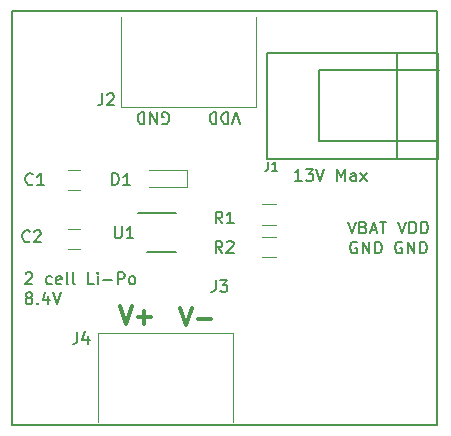
<source format=gbr>
G04 #@! TF.FileFunction,Legend,Top*
%FSLAX46Y46*%
G04 Gerber Fmt 4.6, Leading zero omitted, Abs format (unit mm)*
G04 Created by KiCad (PCBNEW 4.0.7) date 05/14/18 21:45:12*
%MOMM*%
%LPD*%
G01*
G04 APERTURE LIST*
%ADD10C,0.100000*%
%ADD11C,0.200000*%
%ADD12C,0.300000*%
%ADD13C,0.150000*%
%ADD14C,0.120000*%
%ADD15C,0.203200*%
%ADD16C,0.152400*%
G04 APERTURE END LIST*
D10*
D11*
X153447619Y-99802381D02*
X153780952Y-100802381D01*
X154114286Y-99802381D01*
X154780953Y-100278571D02*
X154923810Y-100326190D01*
X154971429Y-100373810D01*
X155019048Y-100469048D01*
X155019048Y-100611905D01*
X154971429Y-100707143D01*
X154923810Y-100754762D01*
X154828572Y-100802381D01*
X154447619Y-100802381D01*
X154447619Y-99802381D01*
X154780953Y-99802381D01*
X154876191Y-99850000D01*
X154923810Y-99897619D01*
X154971429Y-99992857D01*
X154971429Y-100088095D01*
X154923810Y-100183333D01*
X154876191Y-100230952D01*
X154780953Y-100278571D01*
X154447619Y-100278571D01*
X155400000Y-100516667D02*
X155876191Y-100516667D01*
X155304762Y-100802381D02*
X155638095Y-99802381D01*
X155971429Y-100802381D01*
X156161905Y-99802381D02*
X156733334Y-99802381D01*
X156447619Y-100802381D02*
X156447619Y-99802381D01*
X157685715Y-99802381D02*
X158019048Y-100802381D01*
X158352382Y-99802381D01*
X158685715Y-100802381D02*
X158685715Y-99802381D01*
X158923810Y-99802381D01*
X159066668Y-99850000D01*
X159161906Y-99945238D01*
X159209525Y-100040476D01*
X159257144Y-100230952D01*
X159257144Y-100373810D01*
X159209525Y-100564286D01*
X159161906Y-100659524D01*
X159066668Y-100754762D01*
X158923810Y-100802381D01*
X158685715Y-100802381D01*
X159685715Y-100802381D02*
X159685715Y-99802381D01*
X159923810Y-99802381D01*
X160066668Y-99850000D01*
X160161906Y-99945238D01*
X160209525Y-100040476D01*
X160257144Y-100230952D01*
X160257144Y-100373810D01*
X160209525Y-100564286D01*
X160161906Y-100659524D01*
X160066668Y-100754762D01*
X159923810Y-100802381D01*
X159685715Y-100802381D01*
X154233334Y-101550000D02*
X154138096Y-101502381D01*
X153995239Y-101502381D01*
X153852381Y-101550000D01*
X153757143Y-101645238D01*
X153709524Y-101740476D01*
X153661905Y-101930952D01*
X153661905Y-102073810D01*
X153709524Y-102264286D01*
X153757143Y-102359524D01*
X153852381Y-102454762D01*
X153995239Y-102502381D01*
X154090477Y-102502381D01*
X154233334Y-102454762D01*
X154280953Y-102407143D01*
X154280953Y-102073810D01*
X154090477Y-102073810D01*
X154709524Y-102502381D02*
X154709524Y-101502381D01*
X155280953Y-102502381D01*
X155280953Y-101502381D01*
X155757143Y-102502381D02*
X155757143Y-101502381D01*
X155995238Y-101502381D01*
X156138096Y-101550000D01*
X156233334Y-101645238D01*
X156280953Y-101740476D01*
X156328572Y-101930952D01*
X156328572Y-102073810D01*
X156280953Y-102264286D01*
X156233334Y-102359524D01*
X156138096Y-102454762D01*
X155995238Y-102502381D01*
X155757143Y-102502381D01*
X158042858Y-101550000D02*
X157947620Y-101502381D01*
X157804763Y-101502381D01*
X157661905Y-101550000D01*
X157566667Y-101645238D01*
X157519048Y-101740476D01*
X157471429Y-101930952D01*
X157471429Y-102073810D01*
X157519048Y-102264286D01*
X157566667Y-102359524D01*
X157661905Y-102454762D01*
X157804763Y-102502381D01*
X157900001Y-102502381D01*
X158042858Y-102454762D01*
X158090477Y-102407143D01*
X158090477Y-102073810D01*
X157900001Y-102073810D01*
X158519048Y-102502381D02*
X158519048Y-101502381D01*
X159090477Y-102502381D01*
X159090477Y-101502381D01*
X159566667Y-102502381D02*
X159566667Y-101502381D01*
X159804762Y-101502381D01*
X159947620Y-101550000D01*
X160042858Y-101645238D01*
X160090477Y-101740476D01*
X160138096Y-101930952D01*
X160138096Y-102073810D01*
X160090477Y-102264286D01*
X160042858Y-102359524D01*
X159947620Y-102454762D01*
X159804762Y-102502381D01*
X159566667Y-102502381D01*
X149571429Y-96352381D02*
X149000000Y-96352381D01*
X149285714Y-96352381D02*
X149285714Y-95352381D01*
X149190476Y-95495238D01*
X149095238Y-95590476D01*
X149000000Y-95638095D01*
X149904762Y-95352381D02*
X150523810Y-95352381D01*
X150190476Y-95733333D01*
X150333334Y-95733333D01*
X150428572Y-95780952D01*
X150476191Y-95828571D01*
X150523810Y-95923810D01*
X150523810Y-96161905D01*
X150476191Y-96257143D01*
X150428572Y-96304762D01*
X150333334Y-96352381D01*
X150047619Y-96352381D01*
X149952381Y-96304762D01*
X149904762Y-96257143D01*
X150809524Y-95352381D02*
X151142857Y-96352381D01*
X151476191Y-95352381D01*
X152571429Y-96352381D02*
X152571429Y-95352381D01*
X152904763Y-96066667D01*
X153238096Y-95352381D01*
X153238096Y-96352381D01*
X154142858Y-96352381D02*
X154142858Y-95828571D01*
X154095239Y-95733333D01*
X154000001Y-95685714D01*
X153809524Y-95685714D01*
X153714286Y-95733333D01*
X154142858Y-96304762D02*
X154047620Y-96352381D01*
X153809524Y-96352381D01*
X153714286Y-96304762D01*
X153666667Y-96209524D01*
X153666667Y-96114286D01*
X153714286Y-96019048D01*
X153809524Y-95971429D01*
X154047620Y-95971429D01*
X154142858Y-95923810D01*
X154523810Y-96352381D02*
X155047620Y-95685714D01*
X154523810Y-95685714D02*
X155047620Y-96352381D01*
X126190476Y-104197619D02*
X126238095Y-104150000D01*
X126333333Y-104102381D01*
X126571429Y-104102381D01*
X126666667Y-104150000D01*
X126714286Y-104197619D01*
X126761905Y-104292857D01*
X126761905Y-104388095D01*
X126714286Y-104530952D01*
X126142857Y-105102381D01*
X126761905Y-105102381D01*
X128380953Y-105054762D02*
X128285715Y-105102381D01*
X128095238Y-105102381D01*
X128000000Y-105054762D01*
X127952381Y-105007143D01*
X127904762Y-104911905D01*
X127904762Y-104626190D01*
X127952381Y-104530952D01*
X128000000Y-104483333D01*
X128095238Y-104435714D01*
X128285715Y-104435714D01*
X128380953Y-104483333D01*
X129190477Y-105054762D02*
X129095239Y-105102381D01*
X128904762Y-105102381D01*
X128809524Y-105054762D01*
X128761905Y-104959524D01*
X128761905Y-104578571D01*
X128809524Y-104483333D01*
X128904762Y-104435714D01*
X129095239Y-104435714D01*
X129190477Y-104483333D01*
X129238096Y-104578571D01*
X129238096Y-104673810D01*
X128761905Y-104769048D01*
X129809524Y-105102381D02*
X129714286Y-105054762D01*
X129666667Y-104959524D01*
X129666667Y-104102381D01*
X130333334Y-105102381D02*
X130238096Y-105054762D01*
X130190477Y-104959524D01*
X130190477Y-104102381D01*
X131952383Y-105102381D02*
X131476192Y-105102381D01*
X131476192Y-104102381D01*
X132285716Y-105102381D02*
X132285716Y-104435714D01*
X132285716Y-104102381D02*
X132238097Y-104150000D01*
X132285716Y-104197619D01*
X132333335Y-104150000D01*
X132285716Y-104102381D01*
X132285716Y-104197619D01*
X132761906Y-104721429D02*
X133523811Y-104721429D01*
X134000001Y-105102381D02*
X134000001Y-104102381D01*
X134380954Y-104102381D01*
X134476192Y-104150000D01*
X134523811Y-104197619D01*
X134571430Y-104292857D01*
X134571430Y-104435714D01*
X134523811Y-104530952D01*
X134476192Y-104578571D01*
X134380954Y-104626190D01*
X134000001Y-104626190D01*
X135142858Y-105102381D02*
X135047620Y-105054762D01*
X135000001Y-105007143D01*
X134952382Y-104911905D01*
X134952382Y-104626190D01*
X135000001Y-104530952D01*
X135047620Y-104483333D01*
X135142858Y-104435714D01*
X135285716Y-104435714D01*
X135380954Y-104483333D01*
X135428573Y-104530952D01*
X135476192Y-104626190D01*
X135476192Y-104911905D01*
X135428573Y-105007143D01*
X135380954Y-105054762D01*
X135285716Y-105102381D01*
X135142858Y-105102381D01*
X126380952Y-106230952D02*
X126285714Y-106183333D01*
X126238095Y-106135714D01*
X126190476Y-106040476D01*
X126190476Y-105992857D01*
X126238095Y-105897619D01*
X126285714Y-105850000D01*
X126380952Y-105802381D01*
X126571429Y-105802381D01*
X126666667Y-105850000D01*
X126714286Y-105897619D01*
X126761905Y-105992857D01*
X126761905Y-106040476D01*
X126714286Y-106135714D01*
X126666667Y-106183333D01*
X126571429Y-106230952D01*
X126380952Y-106230952D01*
X126285714Y-106278571D01*
X126238095Y-106326190D01*
X126190476Y-106421429D01*
X126190476Y-106611905D01*
X126238095Y-106707143D01*
X126285714Y-106754762D01*
X126380952Y-106802381D01*
X126571429Y-106802381D01*
X126666667Y-106754762D01*
X126714286Y-106707143D01*
X126761905Y-106611905D01*
X126761905Y-106421429D01*
X126714286Y-106326190D01*
X126666667Y-106278571D01*
X126571429Y-106230952D01*
X127190476Y-106707143D02*
X127238095Y-106754762D01*
X127190476Y-106802381D01*
X127142857Y-106754762D01*
X127190476Y-106707143D01*
X127190476Y-106802381D01*
X128095238Y-106135714D02*
X128095238Y-106802381D01*
X127857142Y-105754762D02*
X127619047Y-106469048D01*
X128238095Y-106469048D01*
X128476190Y-105802381D02*
X128809523Y-106802381D01*
X129142857Y-105802381D01*
D12*
X139271429Y-107078571D02*
X139771429Y-108578571D01*
X140271429Y-107078571D01*
X140771429Y-108007143D02*
X141914286Y-108007143D01*
X134171429Y-106978571D02*
X134671429Y-108478571D01*
X135171429Y-106978571D01*
X135671429Y-107907143D02*
X136814286Y-107907143D01*
X136242857Y-108478571D02*
X136242857Y-107335714D01*
D11*
X137761904Y-91500000D02*
X137857142Y-91547619D01*
X137999999Y-91547619D01*
X138142857Y-91500000D01*
X138238095Y-91404762D01*
X138285714Y-91309524D01*
X138333333Y-91119048D01*
X138333333Y-90976190D01*
X138285714Y-90785714D01*
X138238095Y-90690476D01*
X138142857Y-90595238D01*
X137999999Y-90547619D01*
X137904761Y-90547619D01*
X137761904Y-90595238D01*
X137714285Y-90642857D01*
X137714285Y-90976190D01*
X137904761Y-90976190D01*
X137285714Y-90547619D02*
X137285714Y-91547619D01*
X136714285Y-90547619D01*
X136714285Y-91547619D01*
X136238095Y-90547619D02*
X136238095Y-91547619D01*
X136000000Y-91547619D01*
X135857142Y-91500000D01*
X135761904Y-91404762D01*
X135714285Y-91309524D01*
X135666666Y-91119048D01*
X135666666Y-90976190D01*
X135714285Y-90785714D01*
X135761904Y-90690476D01*
X135857142Y-90595238D01*
X136000000Y-90547619D01*
X136238095Y-90547619D01*
X144333333Y-91547619D02*
X144000000Y-90547619D01*
X143666666Y-91547619D01*
X143333333Y-90547619D02*
X143333333Y-91547619D01*
X143095238Y-91547619D01*
X142952380Y-91500000D01*
X142857142Y-91404762D01*
X142809523Y-91309524D01*
X142761904Y-91119048D01*
X142761904Y-90976190D01*
X142809523Y-90785714D01*
X142857142Y-90690476D01*
X142952380Y-90595238D01*
X143095238Y-90547619D01*
X143333333Y-90547619D01*
X142333333Y-90547619D02*
X142333333Y-91547619D01*
X142095238Y-91547619D01*
X141952380Y-91500000D01*
X141857142Y-91404762D01*
X141809523Y-91309524D01*
X141761904Y-91119048D01*
X141761904Y-90976190D01*
X141809523Y-90785714D01*
X141857142Y-90690476D01*
X141952380Y-90595238D01*
X142095238Y-90547619D01*
X142333333Y-90547619D01*
D13*
X161000000Y-117000000D02*
X161000000Y-82000000D01*
X125000000Y-117000000D02*
X125000000Y-82000000D01*
X125000000Y-82000000D02*
X161000000Y-82000000D01*
X125000000Y-117000000D02*
X161000000Y-117000000D01*
D14*
X129750000Y-97100000D02*
X130750000Y-97100000D01*
X130750000Y-95400000D02*
X129750000Y-95400000D01*
X129750000Y-102100000D02*
X130750000Y-102100000D01*
X130750000Y-100400000D02*
X129750000Y-100400000D01*
X136668000Y-95404000D02*
X139868000Y-95404000D01*
X139868000Y-96904000D02*
X136668000Y-96904000D01*
X139868000Y-96904000D02*
X139868000Y-95404000D01*
X147412000Y-100082000D02*
X146212000Y-100082000D01*
X146212000Y-98322000D02*
X147412000Y-98322000D01*
X147400000Y-102830000D02*
X146200000Y-102830000D01*
X146200000Y-101070000D02*
X147400000Y-101070000D01*
D13*
X136443000Y-102376000D02*
X138893000Y-102376000D01*
X135718000Y-99076000D02*
X138893000Y-99076000D01*
D15*
X161100000Y-93000000D02*
X151000000Y-93000000D01*
X151000000Y-93000000D02*
X151000000Y-87000000D01*
X151000000Y-87000000D02*
X161200000Y-87000000D01*
X157600000Y-85500000D02*
X157600000Y-94500000D01*
X146600000Y-85500000D02*
X146600000Y-94500000D01*
X146600000Y-94500000D02*
X161100000Y-94500000D01*
X161100000Y-94500000D02*
X161100000Y-85500000D01*
X161100000Y-85500000D02*
X146600000Y-85500000D01*
D14*
X145700000Y-82500000D02*
X145700000Y-90100000D01*
X145700000Y-90100000D02*
X134300000Y-90100000D01*
X134300000Y-90100000D02*
X134300000Y-82500000D01*
X132300000Y-116800000D02*
X132300000Y-109200000D01*
X132300000Y-109200000D02*
X143700000Y-109200000D01*
X143700000Y-109200000D02*
X143700000Y-116800000D01*
D13*
X126785334Y-96615143D02*
X126737715Y-96662762D01*
X126594858Y-96710381D01*
X126499620Y-96710381D01*
X126356762Y-96662762D01*
X126261524Y-96567524D01*
X126213905Y-96472286D01*
X126166286Y-96281810D01*
X126166286Y-96138952D01*
X126213905Y-95948476D01*
X126261524Y-95853238D01*
X126356762Y-95758000D01*
X126499620Y-95710381D01*
X126594858Y-95710381D01*
X126737715Y-95758000D01*
X126785334Y-95805619D01*
X127737715Y-96710381D02*
X127166286Y-96710381D01*
X127452000Y-96710381D02*
X127452000Y-95710381D01*
X127356762Y-95853238D01*
X127261524Y-95948476D01*
X127166286Y-95996095D01*
X126535334Y-101453143D02*
X126487715Y-101500762D01*
X126344858Y-101548381D01*
X126249620Y-101548381D01*
X126106762Y-101500762D01*
X126011524Y-101405524D01*
X125963905Y-101310286D01*
X125916286Y-101119810D01*
X125916286Y-100976952D01*
X125963905Y-100786476D01*
X126011524Y-100691238D01*
X126106762Y-100596000D01*
X126249620Y-100548381D01*
X126344858Y-100548381D01*
X126487715Y-100596000D01*
X126535334Y-100643619D01*
X126916286Y-100643619D02*
X126963905Y-100596000D01*
X127059143Y-100548381D01*
X127297239Y-100548381D01*
X127392477Y-100596000D01*
X127440096Y-100643619D01*
X127487715Y-100738857D01*
X127487715Y-100834095D01*
X127440096Y-100976952D01*
X126868667Y-101548381D01*
X127487715Y-101548381D01*
X133511905Y-96702381D02*
X133511905Y-95702381D01*
X133750000Y-95702381D01*
X133892858Y-95750000D01*
X133988096Y-95845238D01*
X134035715Y-95940476D01*
X134083334Y-96130952D01*
X134083334Y-96273810D01*
X134035715Y-96464286D01*
X133988096Y-96559524D01*
X133892858Y-96654762D01*
X133750000Y-96702381D01*
X133511905Y-96702381D01*
X135035715Y-96702381D02*
X134464286Y-96702381D01*
X134750000Y-96702381D02*
X134750000Y-95702381D01*
X134654762Y-95845238D01*
X134559524Y-95940476D01*
X134464286Y-95988095D01*
X142833334Y-99952381D02*
X142500000Y-99476190D01*
X142261905Y-99952381D02*
X142261905Y-98952381D01*
X142642858Y-98952381D01*
X142738096Y-99000000D01*
X142785715Y-99047619D01*
X142833334Y-99142857D01*
X142833334Y-99285714D01*
X142785715Y-99380952D01*
X142738096Y-99428571D01*
X142642858Y-99476190D01*
X142261905Y-99476190D01*
X143785715Y-99952381D02*
X143214286Y-99952381D01*
X143500000Y-99952381D02*
X143500000Y-98952381D01*
X143404762Y-99095238D01*
X143309524Y-99190476D01*
X143214286Y-99238095D01*
X142833334Y-102452381D02*
X142500000Y-101976190D01*
X142261905Y-102452381D02*
X142261905Y-101452381D01*
X142642858Y-101452381D01*
X142738096Y-101500000D01*
X142785715Y-101547619D01*
X142833334Y-101642857D01*
X142833334Y-101785714D01*
X142785715Y-101880952D01*
X142738096Y-101928571D01*
X142642858Y-101976190D01*
X142261905Y-101976190D01*
X143214286Y-101547619D02*
X143261905Y-101500000D01*
X143357143Y-101452381D01*
X143595239Y-101452381D01*
X143690477Y-101500000D01*
X143738096Y-101547619D01*
X143785715Y-101642857D01*
X143785715Y-101738095D01*
X143738096Y-101880952D01*
X143166667Y-102452381D01*
X143785715Y-102452381D01*
X133738095Y-100202381D02*
X133738095Y-101011905D01*
X133785714Y-101107143D01*
X133833333Y-101154762D01*
X133928571Y-101202381D01*
X134119048Y-101202381D01*
X134214286Y-101154762D01*
X134261905Y-101107143D01*
X134309524Y-101011905D01*
X134309524Y-100202381D01*
X135309524Y-101202381D02*
X134738095Y-101202381D01*
X135023809Y-101202381D02*
X135023809Y-100202381D01*
X134928571Y-100345238D01*
X134833333Y-100440476D01*
X134738095Y-100488095D01*
D16*
X146746001Y-94732714D02*
X146746001Y-95277000D01*
X146709715Y-95385857D01*
X146637144Y-95458429D01*
X146528287Y-95494714D01*
X146455715Y-95494714D01*
X147508000Y-95494714D02*
X147072572Y-95494714D01*
X147290286Y-95494714D02*
X147290286Y-94732714D01*
X147217715Y-94841571D01*
X147145143Y-94914143D01*
X147072572Y-94950429D01*
D13*
X132666667Y-88952381D02*
X132666667Y-89666667D01*
X132619047Y-89809524D01*
X132523809Y-89904762D01*
X132380952Y-89952381D01*
X132285714Y-89952381D01*
X133095238Y-89047619D02*
X133142857Y-89000000D01*
X133238095Y-88952381D01*
X133476191Y-88952381D01*
X133571429Y-89000000D01*
X133619048Y-89047619D01*
X133666667Y-89142857D01*
X133666667Y-89238095D01*
X133619048Y-89380952D01*
X133047619Y-89952381D01*
X133666667Y-89952381D01*
X142266667Y-104752381D02*
X142266667Y-105466667D01*
X142219047Y-105609524D01*
X142123809Y-105704762D01*
X141980952Y-105752381D01*
X141885714Y-105752381D01*
X142647619Y-104752381D02*
X143266667Y-104752381D01*
X142933333Y-105133333D01*
X143076191Y-105133333D01*
X143171429Y-105180952D01*
X143219048Y-105228571D01*
X143266667Y-105323810D01*
X143266667Y-105561905D01*
X143219048Y-105657143D01*
X143171429Y-105704762D01*
X143076191Y-105752381D01*
X142790476Y-105752381D01*
X142695238Y-105704762D01*
X142647619Y-105657143D01*
X130566667Y-109152381D02*
X130566667Y-109866667D01*
X130519047Y-110009524D01*
X130423809Y-110104762D01*
X130280952Y-110152381D01*
X130185714Y-110152381D01*
X131471429Y-109485714D02*
X131471429Y-110152381D01*
X131233333Y-109104762D02*
X130995238Y-109819048D01*
X131614286Y-109819048D01*
M02*

</source>
